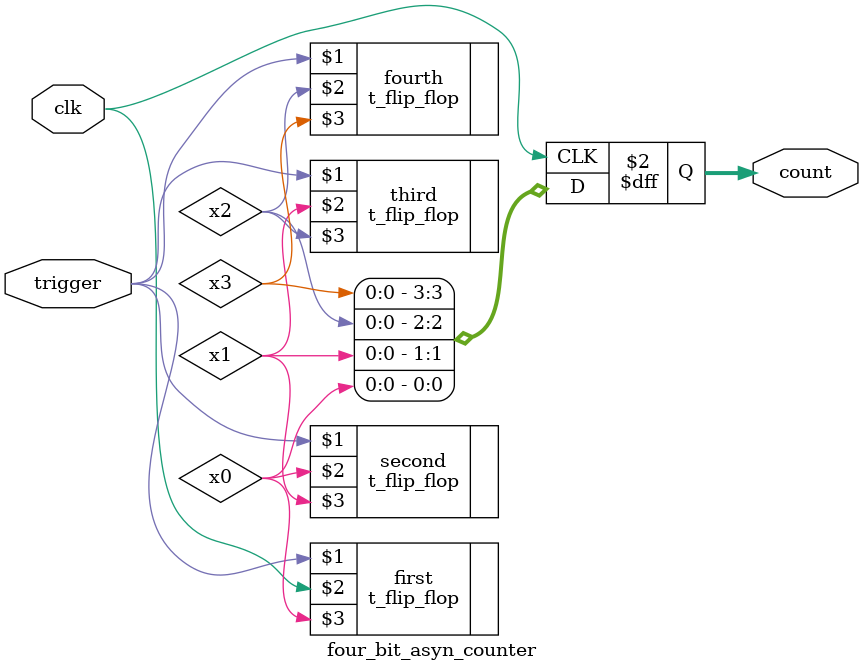
<source format=v>
`include "t_flip_flop.v"
module four_bit_asyn_counter(
    input trigger,
    input clk,
  output reg [3:0] count
);
wire x0,x1,x2,x3;
t_flip_flop first(trigger,clk,x0);
t_flip_flop second(trigger,x0,x1);
t_flip_flop third(trigger,x1,x2);
t_flip_flop fourth(trigger,x2,x3);
always@(negedge clk)begin
	count <={x3,x2,x1,x0};
end
endmodule
</source>
